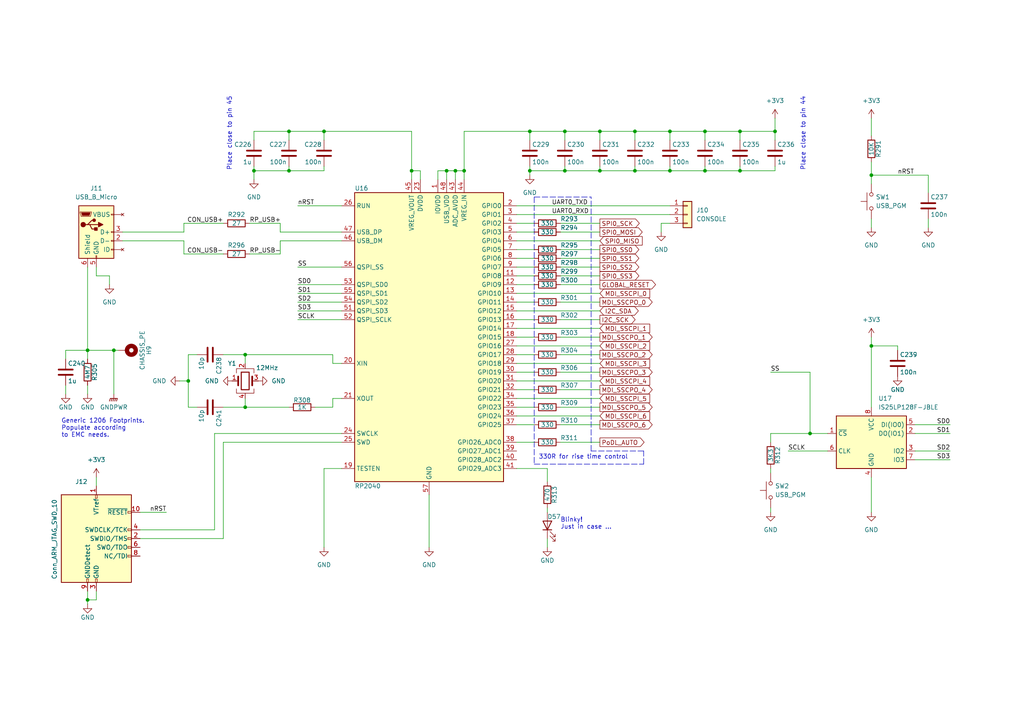
<source format=kicad_sch>
(kicad_sch (version 20211123) (generator eeschema)
  (paper "A4")
  (title_block (title "Open Hardware 10Base-T1L Switch") (date "2023-04-07") (rev "REV A") (company "Peter Heinrich") (comment 1 "Open Hardware License CERN-OHL-P v2") (comment 2 "https://github.com/peterheinrich/Open_10Base-T1L_Switch"))
  (lib_symbols
    (symbol "Connector:Conn_ARM_JTAG_SWD_10" (pin_names (offset 1.016))
      (property "Reference" "J" (at -2.54 16.51 0))
      (property "Value" "Conn_ARM_JTAG_SWD_10" (at -2.54 13.97 0))
      (symbol "Conn_ARM_JTAG_SWD_10_0_1"
        (rectangle (start -10.16 12.7) (end 10.16 -12.7) (stroke (width 0.254)) (fill (type background)))
        (rectangle (start -2.794 -12.7) (end -2.286 -11.684))
        (rectangle (start -0.254 -12.7) (end 0.254 -11.684))
        (rectangle (start -0.254 12.7) (end 0.254 11.684))
        (rectangle (start 9.144 2.286) (end 10.16 2.794))
        (rectangle (start 10.16 -2.794) (end 9.144 -2.286))
        (rectangle (start 10.16 -0.254) (end 9.144 0.254))
        (rectangle (start 10.16 7.874) (end 9.144 7.366))
      )
      (symbol "Conn_ARM_JTAG_SWD_10_1_1"
        (rectangle (start 9.144 -5.334) (end 10.16 -4.826))
        (pin power_in line (at 0 15.24 270) (length 2.54) (name "VTref") (number "1"))
        (pin open_collector line (at 12.7 7.62 180) (length 2.54) (name "~{RESET}") (number "10"))
        (pin bidirectional line (at 12.7 0 180) (length 2.54) (name "SWDIO/TMS") (number "2"))
        (pin power_in line (at 0 -15.24 90) (length 2.54) (name "GND") (number "3"))
        (pin output line (at 12.7 2.54 180) (length 2.54) (name "SWDCLK/TCK") (number "4"))
        (pin passive line (at 0 -15.24 90) (length 2.54) hide (name "GND") (number "5"))
        (pin input line (at 12.7 -2.54 180) (length 2.54) (name "SWO/TDO") (number "6"))
        (pin no_connect line (at -10.16 0 0) (length 2.54) hide (name "KEY") (number "7"))
        (pin output line (at 12.7 -5.08 180) (length 2.54) (name "NC/TDI") (number "8"))
        (pin passive line (at -2.54 -15.24 90) (length 2.54) (name "GNDDetect") (number "9"))
      )
    )
    (symbol "Connector:USB_B_Micro" (pin_names (offset 1.016))
      (property "Reference" "J7" (at 0 12.7 0))
      (property "Value" "USB_B_Micro" (at 0 10.16 0))
      (symbol "USB_B_Micro_0_1"
        (rectangle (start -5.08 -7.62) (end 5.08 7.62) (stroke (width 0.254)) (fill (type background)))
        (circle (center -3.81 2.159) (radius 0.635) (stroke (width 0.254)) (fill (type outline)))
        (circle (center -0.635 3.429) (radius 0.381) (stroke (width 0.254)) (fill (type outline)))
        (rectangle (start -0.127 -7.62) (end 0.127 -6.858))
        (polyline (pts (xy -1.905 2.159) (xy 0.635 2.159)) (stroke (width 0.254)))
        (polyline (pts (xy -3.175 2.159) (xy -2.54 2.159) (xy -1.27 3.429) (xy -0.635 3.429)) (stroke (width 0.254)))
        (polyline (pts (xy -2.54 2.159) (xy -1.905 2.159) (xy -1.27 0.889) (xy 0 0.889)) (stroke (width 0.254)))
        (polyline (pts (xy 0.635 2.794) (xy 0.635 1.524) (xy 1.905 2.159) (xy 0.635 2.794)) (stroke (width 0.254)) (fill (type outline)))
        (polyline (pts (xy -4.318 5.588) (xy -1.778 5.588) (xy -2.032 4.826) (xy -4.064 4.826) (xy -4.318 5.588)) (fill (type outline)))
        (polyline (pts (xy -4.699 5.842) (xy -4.699 5.588) (xy -4.445 4.826) (xy -4.445 4.572) (xy -1.651 4.572) (xy -1.651 4.826) (xy -1.397 5.588) (xy -1.397 5.842) (xy -4.699 5.842)))
        (rectangle (start 0.254 1.27) (end -0.508 0.508) (stroke (width 0.254)) (fill (type outline)))
        (rectangle (start 5.08 -5.207) (end 4.318 -4.953))
        (rectangle (start 5.08 -2.667) (end 4.318 -2.413))
        (rectangle (start 5.08 -0.127) (end 4.318 0.127))
        (rectangle (start 5.08 4.953) (end 4.318 5.207))
      )
      (symbol "USB_B_Micro_1_1"
        (pin no_connect line (at 7.62 -5.08 180) (length 2.54) (name "ID") (number ""))
        (pin no_connect line (at 7.62 5.08 180) (length 2.54) (name "VBUS") (number ""))
        (pin bidirectional line (at 7.62 -2.54 180) (length 2.54) (name "D-") (number "2"))
        (pin bidirectional line (at 7.62 0 180) (length 2.54) (name "D+") (number "3"))
        (pin power_out line (at 0 -10.16 90) (length 2.54) (name "GND") (number "5"))
        (pin passive line (at -2.54 -10.16 90) (length 2.54) (name "Shield") (number "6"))
      )
    )
    (symbol "Connector_Generic:Conn_01x03" (pin_names (offset 1.016) hide)
      (property "Reference" "J" (at 0 5.08 0))
      (property "Value" "Conn_01x03" (at 0 -5.08 0))
      (symbol "Conn_01x03_1_1"
        (rectangle (start -1.27 -2.413) (end 0 -2.667) (stroke (width 0.1524)))
        (rectangle (start -1.27 0.127) (end 0 -0.127) (stroke (width 0.1524)))
        (rectangle (start -1.27 2.667) (end 0 2.413) (stroke (width 0.1524)))
        (rectangle (start -1.27 3.81) (end 1.27 -3.81) (stroke (width 0.254)) (fill (type background)))
        (pin passive line (at -5.08 2.54 0) (length 3.81) (name "Pin_1") (number "1"))
        (pin passive line (at -5.08 0 0) (length 3.81) (name "Pin_2") (number "2"))
        (pin passive line (at -5.08 -2.54 0) (length 3.81) (name "Pin_3") (number "3"))
      )
    )
    (symbol "Device:C" (pin_numbers hide) (pin_names (offset 0.254))
      (property "Reference" "C" (at 0.635 2.54 0))
      (property "Value" "C" (at 0.635 -2.54 0))
      (symbol "C_0_1"
        (polyline (pts (xy -2.032 -0.762) (xy 2.032 -0.762)) (stroke (width 0.508)))
        (polyline (pts (xy -2.032 0.762) (xy 2.032 0.762)) (stroke (width 0.508)))
      )
      (symbol "C_1_1"
        (pin passive line (at 0 3.81 270) (length 2.794) (name "~") (number "1"))
        (pin passive line (at 0 -3.81 90) (length 2.794) (name "~") (number "2"))
      )
    )
    (symbol "Device:Crystal_GND24" (pin_names (offset 1.016) hide)
      (property "Reference" "Y" (at 3.175 5.08 0))
      (property "Value" "Crystal_GND24" (at 3.175 3.175 0))
      (symbol "Crystal_GND24_0_1"
        (rectangle (start -1.143 2.54) (end 1.143 -2.54) (stroke (width 0.3048)))
        (polyline (pts (xy -2.54 0) (xy -2.032 0)))
        (polyline (pts (xy -2.032 -1.27) (xy -2.032 1.27)) (stroke (width 0.508)))
        (polyline (pts (xy 0 -3.81) (xy 0 -3.556)))
        (polyline (pts (xy 0 3.556) (xy 0 3.81)))
        (polyline (pts (xy 2.032 -1.27) (xy 2.032 1.27)) (stroke (width 0.508)))
        (polyline (pts (xy 2.032 0) (xy 2.54 0)))
        (polyline (pts (xy -2.54 -2.286) (xy -2.54 -3.556) (xy 2.54 -3.556) (xy 2.54 -2.286)))
        (polyline (pts (xy -2.54 2.286) (xy -2.54 3.556) (xy 2.54 3.556) (xy 2.54 2.286)))
      )
      (symbol "Crystal_GND24_1_1"
        (pin passive line (at -3.81 0 0) (length 1.27) (name "1") (number "1"))
        (pin passive line (at 0 5.08 270) (length 1.27) (name "2") (number "2"))
        (pin passive line (at 3.81 0 180) (length 1.27) (name "3") (number "3"))
        (pin passive line (at 0 -5.08 90) (length 1.27) (name "4") (number "4"))
      )
    )
    (symbol "Device:LED" (pin_numbers hide) (pin_names (offset 1.016) hide)
      (property "Reference" "D" (at 0 2.54 0))
      (property "Value" "LED" (at 0 -2.54 0))
      (symbol "LED_0_1"
        (polyline (pts (xy -1.27 -1.27) (xy -1.27 1.27)) (stroke (width 0.254)))
        (polyline (pts (xy -1.27 0) (xy 1.27 0)))
        (polyline (pts (xy 1.27 -1.27) (xy 1.27 1.27) (xy -1.27 0) (xy 1.27 -1.27)) (stroke (width 0.254)))
        (polyline (pts (xy -3.048 -0.762) (xy -4.572 -2.286) (xy -3.81 -2.286) (xy -4.572 -2.286) (xy -4.572 -1.524)))
        (polyline (pts (xy -1.778 -0.762) (xy -3.302 -2.286) (xy -2.54 -2.286) (xy -3.302 -2.286) (xy -3.302 -1.524)))
      )
      (symbol "LED_1_1"
        (pin passive line (at -3.81 0 0) (length 2.54) (name "K") (number "1"))
        (pin passive line (at 3.81 0 180) (length 2.54) (name "A") (number "2"))
      )
    )
    (symbol "Device:R" (pin_numbers hide) (pin_names (offset 0))
      (property "Reference" "R" (at 2.032 0 90))
      (property "Value" "R" (at 0 0 90))
      (symbol "R_0_1"
        (rectangle (start -1.016 -2.54) (end 1.016 2.54) (stroke (width 0.254)))
      )
      (symbol "R_1_1"
        (pin passive line (at 0 3.81 270) (length 1.27) (name "~") (number "1"))
        (pin passive line (at 0 -3.81 90) (length 1.27) (name "~") (number "2"))
      )
    )
    (symbol "MCU_RaspberryPi:RP2040"
      (property "Reference" "U" (at 17.78 45.72 0))
      (property "Value" "RP2040" (at 17.78 43.18 0))
      (symbol "RP2040_0_1"
        (rectangle (start -21.59 41.91) (end 21.59 -41.91) (stroke (width 0.254)) (fill (type background)))
      )
      (symbol "RP2040_1_1"
        (pin power_in line (at 2.54 45.72 270) (length 3.81) (name "IOVDD") (number "1"))
        (pin passive line (at 2.54 45.72 270) (length 3.81) hide (name "IOVDD") (number "10"))
        (pin bidirectional line (at 25.4 17.78 180) (length 3.81) (name "GPIO8") (number "11"))
        (pin bidirectional line (at 25.4 15.24 180) (length 3.81) (name "GPIO9") (number "12"))
        (pin bidirectional line (at 25.4 12.7 180) (length 3.81) (name "GPIO10") (number "13"))
        (pin bidirectional line (at 25.4 10.16 180) (length 3.81) (name "GPIO11") (number "14"))
        (pin bidirectional line (at 25.4 7.62 180) (length 3.81) (name "GPIO12") (number "15"))
        (pin bidirectional line (at 25.4 5.08 180) (length 3.81) (name "GPIO13") (number "16"))
        (pin bidirectional line (at 25.4 2.54 180) (length 3.81) (name "GPIO14") (number "17"))
        (pin bidirectional line (at 25.4 0 180) (length 3.81) (name "GPIO15") (number "18"))
        (pin input line (at -25.4 -38.1 0) (length 3.81) (name "TESTEN") (number "19"))
        (pin bidirectional line (at 25.4 38.1 180) (length 3.81) (name "GPIO0") (number "2"))
        (pin input line (at -25.4 -7.62 0) (length 3.81) (name "XIN") (number "20"))
        (pin passive line (at -25.4 -17.78 0) (length 3.81) (name "XOUT") (number "21"))
        (pin passive line (at 2.54 45.72 270) (length 3.81) hide (name "IOVDD") (number "22"))
        (pin power_in line (at -2.54 45.72 270) (length 3.81) (name "DVDD") (number "23"))
        (pin output line (at -25.4 -27.94 0) (length 3.81) (name "SWCLK") (number "24"))
        (pin bidirectional line (at -25.4 -30.48 0) (length 3.81) (name "SWD") (number "25"))
        (pin input line (at -25.4 38.1 0) (length 3.81) (name "RUN") (number "26"))
        (pin bidirectional line (at 25.4 -2.54 180) (length 3.81) (name "GPIO16") (number "27"))
        (pin bidirectional line (at 25.4 -5.08 180) (length 3.81) (name "GPIO17") (number "28"))
        (pin bidirectional line (at 25.4 -7.62 180) (length 3.81) (name "GPIO18") (number "29"))
        (pin bidirectional line (at 25.4 35.56 180) (length 3.81) (name "GPIO1") (number "3"))
        (pin bidirectional line (at 25.4 -10.16 180) (length 3.81) (name "GPIO19") (number "30"))
        (pin bidirectional line (at 25.4 -12.7 180) (length 3.81) (name "GPIO20") (number "31"))
        (pin bidirectional line (at 25.4 -15.24 180) (length 3.81) (name "GPIO21") (number "32"))
        (pin passive line (at 2.54 45.72 270) (length 3.81) hide (name "IOVDD") (number "33"))
        (pin bidirectional line (at 25.4 -17.78 180) (length 3.81) (name "GPIO22") (number "34"))
        (pin bidirectional line (at 25.4 -20.32 180) (length 3.81) (name "GPIO23") (number "35"))
        (pin bidirectional line (at 25.4 -22.86 180) (length 3.81) (name "GPIO24") (number "36"))
        (pin bidirectional line (at 25.4 -25.4 180) (length 3.81) (name "GPIO25") (number "37"))
        (pin bidirectional line (at 25.4 -30.48 180) (length 3.81) (name "GPIO26_ADC0") (number "38"))
        (pin bidirectional line (at 25.4 -33.02 180) (length 3.81) (name "GPIO27_ADC1") (number "39"))
        (pin bidirectional line (at 25.4 33.02 180) (length 3.81) (name "GPIO2") (number "4"))
        (pin bidirectional line (at 25.4 -35.56 180) (length 3.81) (name "GPIO28_ADC2") (number "40"))
        (pin bidirectional line (at 25.4 -38.1 180) (length 3.81) (name "GPIO29_ADC3") (number "41"))
        (pin passive line (at 2.54 45.72 270) (length 3.81) hide (name "IOVDD") (number "42"))
        (pin power_in line (at 7.62 45.72 270) (length 3.81) (name "ADC_AVDD") (number "43"))
        (pin power_in line (at 10.16 45.72 270) (length 3.81) (name "VREG_IN") (number "44"))
        (pin power_out line (at -5.08 45.72 270) (length 3.81) (name "VREG_VOUT") (number "45"))
        (pin bidirectional line (at -25.4 27.94 0) (length 3.81) (name "USB_DM") (number "46"))
        (pin bidirectional line (at -25.4 30.48 0) (length 3.81) (name "USB_DP") (number "47"))
        (pin power_in line (at 5.08 45.72 270) (length 3.81) (name "USB_VDD") (number "48"))
        (pin passive line (at 2.54 45.72 270) (length 3.81) hide (name "IOVDD") (number "49"))
        (pin bidirectional line (at 25.4 30.48 180) (length 3.81) (name "GPIO3") (number "5"))
        (pin passive line (at -2.54 45.72 270) (length 3.81) hide (name "DVDD") (number "50"))
        (pin bidirectional line (at -25.4 7.62 0) (length 3.81) (name "QSPI_SD3") (number "51"))
        (pin output line (at -25.4 5.08 0) (length 3.81) (name "QSPI_SCLK") (number "52"))
        (pin bidirectional line (at -25.4 15.24 0) (length 3.81) (name "QSPI_SD0") (number "53"))
        (pin bidirectional line (at -25.4 10.16 0) (length 3.81) (name "QSPI_SD2") (number "54"))
        (pin bidirectional line (at -25.4 12.7 0) (length 3.81) (name "QSPI_SD1") (number "55"))
        (pin bidirectional line (at -25.4 20.32 0) (length 3.81) (name "QSPI_SS") (number "56"))
        (pin power_in line (at 0 -45.72 90) (length 3.81) (name "GND") (number "57"))
        (pin bidirectional line (at 25.4 27.94 180) (length 3.81) (name "GPIO4") (number "6"))
        (pin bidirectional line (at 25.4 25.4 180) (length 3.81) (name "GPIO5") (number "7"))
        (pin bidirectional line (at 25.4 22.86 180) (length 3.81) (name "GPIO6") (number "8"))
        (pin bidirectional line (at 25.4 20.32 180) (length 3.81) (name "GPIO7") (number "9"))
      )
    )
    (symbol "Mechanical:MountingHole_Pad" (pin_numbers hide) (pin_names (offset 1.016) hide)
      (property "Reference" "H" (at 0 6.35 0))
      (property "Value" "MountingHole_Pad" (at 0 4.445 0))
      (symbol "MountingHole_Pad_0_1"
        (circle (center 0 1.27) (radius 1.27) (stroke (width 1.27)))
      )
      (symbol "MountingHole_Pad_1_1"
        (pin input line (at 0 -2.54 90) (length 2.54) (name "1") (number "1"))
      )
    )
    (symbol "Memory_Flash:W25Q128JVS"
      (property "Reference" "U" (at -8.89 8.89 0))
      (property "Value" "W25Q128JVS" (at 7.62 8.89 0))
      (symbol "W25Q128JVS_0_1"
        (rectangle (start -10.16 7.62) (end 10.16 -7.62) (stroke (width 0.254)) (fill (type background)))
      )
      (symbol "W25Q128JVS_1_1"
        (pin input line (at -12.7 2.54 0) (length 2.54) (name "~{CS}") (number "1"))
        (pin bidirectional line (at 12.7 2.54 180) (length 2.54) (name "DO(IO1)") (number "2"))
        (pin bidirectional line (at 12.7 -2.54 180) (length 2.54) (name "IO2") (number "3"))
        (pin power_in line (at 0 -10.16 90) (length 2.54) (name "GND") (number "4"))
        (pin bidirectional line (at 12.7 5.08 180) (length 2.54) (name "DI(IO0)") (number "5"))
        (pin input line (at -12.7 -2.54 0) (length 2.54) (name "CLK") (number "6"))
        (pin bidirectional line (at 12.7 -5.08 180) (length 2.54) (name "IO3") (number "7"))
        (pin power_in line (at 0 10.16 270) (length 2.54) (name "VCC") (number "8"))
      )
    )
    (symbol "Switch:SW_Push" (pin_numbers hide) (pin_names (offset 1.016) hide)
      (property "Reference" "SW" (at 1.27 2.54 0))
      (property "Value" "SW_Push" (at 0 -1.524 0))
      (symbol "SW_Push_0_1"
        (circle (center -2.032 0) (radius 0.508))
        (polyline (pts (xy 0 1.27) (xy 0 3.048)))
        (polyline (pts (xy 2.54 1.27) (xy -2.54 1.27)))
        (circle (center 2.032 0) (radius 0.508))
        (pin passive line (at -5.08 0 0) (length 2.54) (name "1") (number "1"))
        (pin passive line (at 5.08 0 180) (length 2.54) (name "2") (number "2"))
      )
    )
    (symbol "power:+3V3" (power) (pin_names (offset 0))
      (property "Value" "+3V3" (at 0 3.556 0))
      (symbol "+3V3_0_1"
        (polyline (pts (xy -0.762 1.27) (xy 0 2.54)))
        (polyline (pts (xy 0 0) (xy 0 2.54)))
        (polyline (pts (xy 0 2.54) (xy 0.762 1.27)))
      )
      (symbol "+3V3_1_1"
        (pin power_in line (at 0 0 90) (length 0) hide (name "+3V3") (number "1"))
      )
    )
    (symbol "power:GND" (power) (pin_names (offset 0))
      (property "Value" "GND" (at 0 -3.81 0))
      (symbol "GND_0_1"
        (polyline (pts (xy 0 0) (xy 0 -1.27) (xy 1.27 -1.27) (xy 0 -2.54) (xy -1.27 -1.27) (xy 0 -1.27)))
      )
      (symbol "GND_1_1"
        (pin power_in line (at 0 0 270) (length 0) hide (name "GND") (number "1"))
      )
    )
    (symbol "power:GNDPWR" (power) (pin_names (offset 0))
      (property "Value" "GNDPWR" (at 0 -3.302 0))
      (symbol "GNDPWR_0_1"
        (polyline (pts (xy 0 -1.27) (xy 0 0)))
        (polyline (pts (xy -1.016 -1.27) (xy -1.27 -2.032) (xy -1.27 -2.032)) (stroke (width 0.2032)))
        (polyline (pts (xy -0.508 -1.27) (xy -0.762 -2.032) (xy -0.762 -2.032)) (stroke (width 0.2032)))
        (polyline (pts (xy 0 -1.27) (xy -0.254 -2.032) (xy -0.254 -2.032)) (stroke (width 0.2032)))
        (polyline (pts (xy 0.508 -1.27) (xy 0.254 -2.032) (xy 0.254 -2.032)) (stroke (width 0.2032)))
        (polyline (pts (xy 1.016 -1.27) (xy -1.016 -1.27) (xy -1.016 -1.27)) (stroke (width 0.2032)))
        (polyline (pts (xy 1.016 -1.27) (xy 0.762 -2.032) (xy 0.762 -2.032) (xy 0.762 -2.032)) (stroke (width 0.2032)))
      )
      (symbol "GNDPWR_1_1"
        (pin power_in line (at 0 0 270) (length 0) hide (name "GNDPWR") (number "1"))
      )
    )
  )
  (junction (at 93.98 38.1))
  (junction (at 173.99 38.1))
  (junction (at 234.95 125.73))
  (junction (at 71.12 118.11))
  (junction (at 214.63 49.53))
  (junction (at 54.61 110.49))
  (junction (at 194.31 49.53))
  (junction (at 153.67 38.1))
  (junction (at 163.83 38.1))
  (junction (at 252.73 100.33))
  (junction (at 204.47 49.53))
  (junction (at 129.54 49.53))
  (junction (at 33.02 101.6))
  (junction (at 25.4 101.6))
  (junction (at 132.08 49.53))
  (junction (at 163.83 49.53))
  (junction (at 71.12 102.87))
  (junction (at 134.62 49.53))
  (junction (at 173.99 49.53))
  (junction (at 252.73 50.8))
  (junction (at 184.15 38.1))
  (junction (at 204.47 38.1))
  (junction (at 119.38 49.53))
  (junction (at 73.66 49.53))
  (junction (at 153.67 49.53))
  (junction (at 83.82 49.53))
  (junction (at 214.63 38.1))
  (junction (at 194.31 38.1))
  (junction (at 224.79 38.1))
  (junction (at 25.4 173.99))
  (junction (at 83.82 38.1))
  (junction (at 184.15 49.53))
  (wire (pts (xy 162.56 67.31) (xy 173.99 67.31)))
  (wire (pts (xy 214.63 49.53) (xy 214.63 48.26)))
  (wire (pts (xy 27.94 77.47) (xy 27.94 80.01)))
  (wire (pts (xy 71.12 118.11) (xy 71.12 115.57)))
  (wire (pts (xy 19.05 111.76) (xy 19.05 114.3)))
  (wire (pts (xy 149.86 90.17) (xy 173.99 90.17)))
  (wire (pts (xy 154.94 97.79) (xy 149.86 97.79)))
  (wire (pts (xy 25.4 77.47) (xy 25.4 101.6)))
  (wire (pts (xy 154.94 80.01) (xy 149.86 80.01)))
  (wire (pts (xy 204.47 38.1) (xy 214.63 38.1)))
  (wire (pts (xy 252.73 138.43) (xy 252.73 148.59)))
  (wire (pts (xy 72.39 64.77) (xy 81.28 64.77)))
  (wire (pts (xy 86.36 87.63) (xy 99.06 87.63)))
  (wire (pts (xy 162.56 113.03) (xy 173.99 113.03)))
  (wire (pts (xy 34.29 101.6) (xy 33.02 101.6)))
  (polyline (pts (xy 186.69 130.81) (xy 171.45 130.81)))
  (wire (pts (xy 62.23 153.67) (xy 62.23 125.73)))
  (wire (pts (xy 204.47 49.53) (xy 214.63 49.53)))
  (wire (pts (xy 99.06 105.41) (xy 96.52 105.41)))
  (wire (pts (xy 149.86 59.69) (xy 194.31 59.69)))
  (wire (pts (xy 62.23 125.73) (xy 99.06 125.73)))
  (wire (pts (xy 265.43 125.73) (xy 275.59 125.73)))
  (wire (pts (xy 214.63 38.1) (xy 224.79 38.1)))
  (wire (pts (xy 81.28 67.31) (xy 99.06 67.31)))
  (wire (pts (xy 33.02 101.6) (xy 25.4 101.6)))
  (wire (pts (xy 173.99 49.53) (xy 173.99 48.26)))
  (wire (pts (xy 25.4 101.6) (xy 25.4 104.14)))
  (wire (pts (xy 223.52 125.73) (xy 223.52 128.27)))
  (wire (pts (xy 86.36 90.17) (xy 99.06 90.17)))
  (wire (pts (xy 154.94 77.47) (xy 149.86 77.47)))
  (wire (pts (xy 252.73 100.33) (xy 260.35 100.33)))
  (wire (pts (xy 27.94 138.43) (xy 27.94 140.97)))
  (wire (pts (xy 162.56 118.11) (xy 173.99 118.11)))
  (wire (pts (xy 99.06 135.89) (xy 93.98 135.89)))
  (wire (pts (xy 73.66 40.64) (xy 73.66 38.1)))
  (wire (pts (xy 64.77 102.87) (xy 71.12 102.87)))
  (wire (pts (xy 99.06 128.27) (xy 64.77 128.27)))
  (wire (pts (xy 149.86 100.33) (xy 173.99 100.33)))
  (wire (pts (xy 83.82 38.1) (xy 93.98 38.1)))
  (wire (pts (xy 31.75 80.01) (xy 27.94 80.01)))
  (wire (pts (xy 73.66 48.26) (xy 73.66 49.53)))
  (wire (pts (xy 93.98 49.53) (xy 93.98 48.26)))
  (wire (pts (xy 33.02 101.6) (xy 33.02 114.3)))
  (wire (pts (xy 154.94 102.87) (xy 149.86 102.87)))
  (polyline (pts (xy 162.56 134.62) (xy 162.56 134.62)))
  (wire (pts (xy 73.66 38.1) (xy 83.82 38.1)))
  (wire (pts (xy 149.86 62.23) (xy 194.31 62.23)))
  (wire (pts (xy 265.43 133.35) (xy 275.59 133.35)))
  (wire (pts (xy 163.83 49.53) (xy 163.83 48.26)))
  (wire (pts (xy 223.52 125.73) (xy 234.95 125.73)))
  (wire (pts (xy 73.66 49.53) (xy 83.82 49.53)))
  (polyline (pts (xy 154.94 57.15) (xy 154.94 134.62)))
  (wire (pts (xy 154.94 64.77) (xy 149.86 64.77)))
  (wire (pts (xy 260.35 100.33) (xy 260.35 101.6)))
  (wire (pts (xy 173.99 38.1) (xy 173.99 40.64)))
  (wire (pts (xy 224.79 38.1) (xy 224.79 40.64)))
  (wire (pts (xy 149.86 120.65) (xy 173.99 120.65)))
  (polyline (pts (xy 186.69 134.62) (xy 186.69 130.81)))
  (wire (pts (xy 64.77 156.21) (xy 40.64 156.21)))
  (wire (pts (xy 162.56 102.87) (xy 173.99 102.87)))
  (wire (pts (xy 40.64 148.59) (xy 48.26 148.59)))
  (wire (pts (xy 96.52 115.57) (xy 99.06 115.57)))
  (wire (pts (xy 83.82 38.1) (xy 83.82 40.64)))
  (wire (pts (xy 252.73 46.99) (xy 252.73 50.8)))
  (wire (pts (xy 129.54 49.53) (xy 132.08 49.53)))
  (wire (pts (xy 162.56 92.71) (xy 173.99 92.71)))
  (wire (pts (xy 252.73 118.11) (xy 252.73 100.33)))
  (wire (pts (xy 73.66 49.53) (xy 73.66 52.07)))
  (wire (pts (xy 25.4 101.6) (xy 19.05 101.6)))
  (wire (pts (xy 129.54 49.53) (xy 129.54 52.07)))
  (wire (pts (xy 191.77 67.31) (xy 191.77 64.77)))
  (wire (pts (xy 81.28 64.77) (xy 81.28 67.31)))
  (wire (pts (xy 96.52 102.87) (xy 71.12 102.87)))
  (wire (pts (xy 158.75 135.89) (xy 158.75 139.7)))
  (wire (pts (xy 57.15 102.87) (xy 54.61 102.87)))
  (wire (pts (xy 234.95 125.73) (xy 240.03 125.73)))
  (wire (pts (xy 163.83 38.1) (xy 173.99 38.1)))
  (wire (pts (xy 269.24 50.8) (xy 269.24 55.88)))
  (wire (pts (xy 64.77 118.11) (xy 71.12 118.11)))
  (wire (pts (xy 25.4 173.99) (xy 25.4 175.26)))
  (wire (pts (xy 134.62 49.53) (xy 134.62 52.07)))
  (wire (pts (xy 162.56 74.93) (xy 173.99 74.93)))
  (wire (pts (xy 154.94 87.63) (xy 149.86 87.63)))
  (wire (pts (xy 134.62 38.1) (xy 153.67 38.1)))
  (wire (pts (xy 71.12 102.87) (xy 71.12 105.41)))
  (wire (pts (xy 149.86 105.41) (xy 173.99 105.41)))
  (wire (pts (xy 194.31 49.53) (xy 204.47 49.53)))
  (wire (pts (xy 204.47 49.53) (xy 204.47 48.26)))
  (wire (pts (xy 53.34 69.85) (xy 53.34 73.66)))
  (wire (pts (xy 93.98 38.1) (xy 93.98 40.64)))
  (wire (pts (xy 154.94 67.31) (xy 149.86 67.31)))
  (wire (pts (xy 91.44 118.11) (xy 96.52 118.11)))
  (wire (pts (xy 96.52 105.41) (xy 96.52 102.87)))
  (wire (pts (xy 81.28 73.66) (xy 72.39 73.66)))
  (wire (pts (xy 158.75 148.59) (xy 158.75 147.32)))
  (wire (pts (xy 134.62 49.53) (xy 134.62 38.1)))
  (wire (pts (xy 149.86 115.57) (xy 173.99 115.57)))
  (wire (pts (xy 132.08 49.53) (xy 134.62 49.53)))
  (wire (pts (xy 153.67 49.53) (xy 163.83 49.53)))
  (wire (pts (xy 163.83 38.1) (xy 163.83 40.64)))
  (wire (pts (xy 83.82 49.53) (xy 93.98 49.53)))
  (wire (pts (xy 93.98 135.89) (xy 93.98 158.75)))
  (wire (pts (xy 269.24 63.5) (xy 269.24 66.04)))
  (wire (pts (xy 223.52 148.59) (xy 223.52 147.32)))
  (wire (pts (xy 162.56 128.27) (xy 173.99 128.27)))
  (wire (pts (xy 83.82 118.11) (xy 71.12 118.11)))
  (wire (pts (xy 162.56 123.19) (xy 173.99 123.19)))
  (wire (pts (xy 132.08 49.53) (xy 132.08 52.07)))
  (wire (pts (xy 153.67 49.53) (xy 153.67 50.8)))
  (wire (pts (xy 25.4 173.99) (xy 27.94 173.99)))
  (wire (pts (xy 64.77 128.27) (xy 64.77 156.21)))
  (wire (pts (xy 252.73 34.29) (xy 252.73 39.37)))
  (wire (pts (xy 163.83 49.53) (xy 173.99 49.53)))
  (wire (pts (xy 127 52.07) (xy 127 49.53)))
  (wire (pts (xy 252.73 97.79) (xy 252.73 100.33)))
  (wire (pts (xy 184.15 49.53) (xy 194.31 49.53)))
  (wire (pts (xy 96.52 118.11) (xy 96.52 115.57)))
  (wire (pts (xy 214.63 49.53) (xy 224.79 49.53)))
  (wire (pts (xy 154.94 123.19) (xy 149.86 123.19)))
  (wire (pts (xy 86.36 92.71) (xy 99.06 92.71)))
  (wire (pts (xy 184.15 38.1) (xy 194.31 38.1)))
  (wire (pts (xy 119.38 38.1) (xy 119.38 49.53)))
  (wire (pts (xy 149.86 95.25) (xy 173.99 95.25)))
  (wire (pts (xy 154.94 107.95) (xy 149.86 107.95)))
  (wire (pts (xy 124.46 143.51) (xy 124.46 158.75)))
  (wire (pts (xy 27.94 173.99) (xy 27.94 171.45)))
  (wire (pts (xy 173.99 49.53) (xy 184.15 49.53)))
  (wire (pts (xy 162.56 72.39) (xy 173.99 72.39)))
  (wire (pts (xy 224.79 34.29) (xy 224.79 38.1)))
  (wire (pts (xy 154.94 74.93) (xy 149.86 74.93)))
  (wire (pts (xy 64.77 64.77) (xy 53.34 64.77)))
  (wire (pts (xy 265.43 130.81) (xy 275.59 130.81)))
  (wire (pts (xy 153.67 38.1) (xy 163.83 38.1)))
  (wire (pts (xy 54.61 102.87) (xy 54.61 110.49)))
  (wire (pts (xy 83.82 49.53) (xy 83.82 48.26)))
  (wire (pts (xy 154.94 118.11) (xy 149.86 118.11)))
  (wire (pts (xy 162.56 97.79) (xy 173.99 97.79)))
  (polyline (pts (xy 154.94 57.15) (xy 171.45 57.15)))
  (wire (pts (xy 40.64 153.67) (xy 62.23 153.67)))
  (wire (pts (xy 25.4 171.45) (xy 25.4 173.99)))
  (wire (pts (xy 86.36 59.69) (xy 99.06 59.69)))
  (wire (pts (xy 153.67 38.1) (xy 153.67 40.64)))
  (wire (pts (xy 252.73 50.8) (xy 269.24 50.8)))
  (wire (pts (xy 194.31 38.1) (xy 194.31 40.64)))
  (wire (pts (xy 184.15 38.1) (xy 184.15 40.64)))
  (wire (pts (xy 154.94 92.71) (xy 149.86 92.71)))
  (wire (pts (xy 31.75 82.55) (xy 31.75 80.01)))
  (wire (pts (xy 53.34 73.66) (xy 64.77 73.66)))
  (wire (pts (xy 86.36 85.09) (xy 99.06 85.09)))
  (wire (pts (xy 93.98 38.1) (xy 119.38 38.1)))
  (polyline (pts (xy 162.56 134.62) (xy 186.69 134.62)))
  (wire (pts (xy 35.56 69.85) (xy 53.34 69.85)))
  (wire (pts (xy 86.36 77.47) (xy 99.06 77.47)))
  (wire (pts (xy 54.61 118.11) (xy 57.15 118.11)))
  (wire (pts (xy 173.99 38.1) (xy 184.15 38.1)))
  (wire (pts (xy 224.79 49.53) (xy 224.79 48.26)))
  (wire (pts (xy 162.56 77.47) (xy 173.99 77.47)))
  (wire (pts (xy 184.15 49.53) (xy 184.15 48.26)))
  (wire (pts (xy 162.56 82.55) (xy 173.99 82.55)))
  (wire (pts (xy 53.34 64.77) (xy 53.34 67.31)))
  (wire (pts (xy 191.77 64.77) (xy 194.31 64.77)))
  (wire (pts (xy 81.28 69.85) (xy 81.28 73.66)))
  (wire (pts (xy 121.92 52.07) (xy 121.92 49.53)))
  (wire (pts (xy 223.52 107.95) (xy 234.95 107.95)))
  (wire (pts (xy 223.52 135.89) (xy 223.52 137.16)))
  (wire (pts (xy 214.63 38.1) (xy 214.63 40.64)))
  (wire (pts (xy 121.92 49.53) (xy 119.38 49.53)))
  (wire (pts (xy 127 49.53) (xy 129.54 49.53)))
  (wire (pts (xy 119.38 49.53) (xy 119.38 52.07)))
  (wire (pts (xy 265.43 123.19) (xy 275.59 123.19)))
  (wire (pts (xy 149.86 85.09) (xy 173.99 85.09)))
  (wire (pts (xy 149.86 135.89) (xy 158.75 135.89)))
  (wire (pts (xy 162.56 107.95) (xy 173.99 107.95)))
  (wire (pts (xy 149.86 69.85) (xy 173.99 69.85)))
  (wire (pts (xy 194.31 49.53) (xy 194.31 48.26)))
  (wire (pts (xy 154.94 82.55) (xy 149.86 82.55)))
  (wire (pts (xy 53.34 67.31) (xy 35.56 67.31)))
  (wire (pts (xy 154.94 72.39) (xy 149.86 72.39)))
  (wire (pts (xy 149.86 110.49) (xy 173.99 110.49)))
  (wire (pts (xy 158.75 156.21) (xy 158.75 158.75)))
  (wire (pts (xy 154.94 113.03) (xy 149.86 113.03)))
  (wire (pts (xy 194.31 38.1) (xy 204.47 38.1)))
  (wire (pts (xy 19.05 101.6) (xy 19.05 104.14)))
  (wire (pts (xy 162.56 80.01) (xy 173.99 80.01)))
  (wire (pts (xy 162.56 64.77) (xy 173.99 64.77)))
  (wire (pts (xy 252.73 63.5) (xy 252.73 66.04)))
  (polyline (pts (xy 171.45 130.81) (xy 171.45 57.15)))
  (wire (pts (xy 154.94 128.27) (xy 149.86 128.27)))
  (wire (pts (xy 204.47 38.1) (xy 204.47 40.64)))
  (wire (pts (xy 162.56 87.63) (xy 173.99 87.63)))
  (wire (pts (xy 234.95 107.95) (xy 234.95 125.73)))
  (wire (pts (xy 25.4 111.76) (xy 25.4 114.3)))
  (wire (pts (xy 54.61 110.49) (xy 54.61 118.11)))
  (wire (pts (xy 228.6 130.81) (xy 240.03 130.81)))
  (wire (pts (xy 52.07 110.49) (xy 54.61 110.49)))
  (polyline (pts (xy 154.94 134.62) (xy 162.56 134.62)))
  (wire (pts (xy 252.73 50.8) (xy 252.73 53.34)))
  (wire (pts (xy 86.36 82.55) (xy 99.06 82.55)))
  (wire (pts (xy 81.28 69.85) (xy 99.06 69.85)))
  (wire (pts (xy 153.67 48.26) (xy 153.67 49.53)))
  (text "330R for rise time control" (at 156.21 133.35 0) (effects (font (size 1.27 1.27)) (justify left bottom)))
  (text "Place close to pin 45" (at 67.31 49.53 90) (effects (font (size 1.27 1.27)) (justify left bottom)))
  (text "Place close to pin 44" (at 233.68 49.53 90) (effects (font (size 1.27 1.27)) (justify left bottom)))
  (text "Blinky!\nJust in case ..." (at 162.56 153.67 0) (effects (font (size 1.27 1.27)) (justify left bottom)))
  (text "Generic 1206 Footprints.\nPopulate according \nto EMC needs." (at 17.78 127 0) (effects (font (size 1.27 1.27)) (justify left bottom)))
  (label "SD2" (at 86.36 87.63 0))
  (label "SCLK" (at 86.36 92.71 0))
  (label "UART0_RXD" (at 160.02 62.23 0))
  (label "SD1" (at 275.59 125.73 180))
  (label "nRST" (at 48.26 148.59 180))
  (label "SD3" (at 86.36 90.17 0))
  (label "SD0" (at 86.36 82.55 0))
  (label "RP_USB+" (at 72.39 64.77 0))
  (label "SD0" (at 275.59 123.19 180))
  (label "CON_USB-" (at 64.77 73.66 180))
  (label "nRST" (at 86.36 59.69 0))
  (label "CON_USB+" (at 64.77 64.77 180))
  (label "SS" (at 86.36 77.47 0))
  (label "SD3" (at 275.59 133.35 180))
  (label "UART0_TXD" (at 160.02 59.69 0))
  (label "SD2" (at 275.59 130.81 180))
  (label "SCLK" (at 228.6 130.81 0))
  (label "RP_USB-" (at 72.39 73.66 0))
  (label "SD1" (at 86.36 85.09 0))
  (label "nRST" (at 260.35 50.8 0))
  (label "SS" (at 223.52 107.95 0))
  (global_label "MDI_SSCPI_2" (shape input) (at 173.99 100.33 0) (property "Intersheet References" "${INTERSHEET_REFS}" (effects hide)))
  (global_label "I2C_SDA" (shape bidirectional) (at 173.99 90.17 0) (property "Intersheet References" "${INTERSHEET_REFS}" (effects hide)))
  (global_label "PoDL_AUTO" (shape output) (at 173.99 128.27 0) (property "Intersheet References" "${INTERSHEET_REFS}" (effects hide)))
  (global_label "MDI_SSCPO_4" (shape output) (at 173.99 113.03 0) (property "Intersheet References" "${INTERSHEET_REFS}" (effects hide)))
  (global_label "MDI_SSCPO_2" (shape output) (at 173.99 102.87 0) (property "Intersheet References" "${INTERSHEET_REFS}" (effects hide)))
  (global_label "SPI0_SS2" (shape output) (at 173.99 77.47 0) (property "Intersheet References" "${INTERSHEET_REFS}" (effects hide)))
  (global_label "MDI_SSCPI_1" (shape input) (at 173.99 95.25 0) (property "Intersheet References" "${INTERSHEET_REFS}" (effects hide)))
  (global_label "MDI_SSCPI_4" (shape input) (at 173.99 110.49 0) (property "Intersheet References" "${INTERSHEET_REFS}" (effects hide)))
  (global_label "SPI0_SS3" (shape output) (at 173.99 80.01 0) (property "Intersheet References" "${INTERSHEET_REFS}" (effects hide)))
  (global_label "MDI_SSCPO_1" (shape output) (at 173.99 97.79 0) (property "Intersheet References" "${INTERSHEET_REFS}" (effects hide)))
  (global_label "MDI_SSCPI_6" (shape input) (at 173.99 120.65 0) (property "Intersheet References" "${INTERSHEET_REFS}" (effects hide)))
  (global_label "MDI_SSCPO_0" (shape output) (at 173.99 87.63 0) (property "Intersheet References" "${INTERSHEET_REFS}" (effects hide)))
  (global_label "MDI_SSCPO_3" (shape output) (at 173.99 107.95 0) (property "Intersheet References" "${INTERSHEET_REFS}" (effects hide)))
  (global_label "MDI_SSCPO_5" (shape output) (at 173.99 118.11 0) (property "Intersheet References" "${INTERSHEET_REFS}" (effects hide)))
  (global_label "SPI0_SCK" (shape output) (at 173.99 64.77 0) (property "Intersheet References" "${INTERSHEET_REFS}" (effects hide)))
  (global_label "MDI_SSCPO_6" (shape output) (at 173.99 123.19 0) (property "Intersheet References" "${INTERSHEET_REFS}" (effects hide)))
  (global_label "SPI0_MISO" (shape input) (at 173.99 69.85 0) (property "Intersheet References" "${INTERSHEET_REFS}" (effects hide)))
  (global_label "MDI_SSCPI_0" (shape input) (at 173.99 85.09 0) (property "Intersheet References" "${INTERSHEET_REFS}" (effects hide)))
  (global_label "GLOBAL_RESET" (shape output) (at 173.99 82.55 0) (property "Intersheet References" "${INTERSHEET_REFS}" (effects hide)))
  (global_label "MDI_SSCPI_5" (shape input) (at 173.99 115.57 0) (property "Intersheet References" "${INTERSHEET_REFS}" (effects hide)))
  (global_label "SPI0_SS1" (shape output) (at 173.99 74.93 0) (property "Intersheet References" "${INTERSHEET_REFS}" (effects hide)))
  (global_label "SPI0_MOSI" (shape output) (at 173.99 67.31 0) (property "Intersheet References" "${INTERSHEET_REFS}" (effects hide)))
  (global_label "SPI0_SS0" (shape output) (at 173.99 72.39 0) (property "Intersheet References" "${INTERSHEET_REFS}" (effects hide)))
  (global_label "I2C_SCK" (shape output) (at 173.99 92.71 0) (property "Intersheet References" "${INTERSHEET_REFS}" (effects hide)))
  (global_label "MDI_SSCPI_3" (shape input) (at 173.99 105.41 0) (property "Intersheet References" "${INTERSHEET_REFS}" (effects hide)))
  (symbol (lib_id "Device:LED") (at 158.75 152.4 90) (unit 1)
    (property "Reference" "D57" (at 158.75 149.86 90) (effects (justify right)))
    (property "Value" "LED" (effects hide))
    (property "Footprint" "LED_SMD:LED_0603_1608Metric_Pad1.05x0.95mm_HandSolder" (effects hide))
  )
  (symbol (lib_id "power:GND") (at 252.73 148.59 0) (unit 1)
    (property "Reference" "#PWR0238" (effects hide))
    (property "Value" "GND" (at 252.73 153.67 0))
  )
  (symbol (lib_id "power:+3V3") (at 252.73 97.79 0) (unit 1)
    (property "Reference" "#PWR0228" (effects hide))
    (property "Value" "+3V3" (at 252.73 92.71 0))
  )
  (symbol (lib_id "Connector:Conn_ARM_JTAG_SWD_10") (at 27.94 156.21 0) (unit 1)
    (property "Reference" "J12" (at 25.4 139.7 0) (effects (justify right)))
    (property "Value" "Conn_ARM_JTAG_SWD_10" (at 16.51 144.78 90) (effects (justify right bottom)))
    (property "Datasheet" "http://infocenter.arm.com/help/topic/com.arm.doc.ddi0314h/DDI0314H_coresight_components_trm.pdf" (effects hide))
  )
  (symbol (lib_id "Device:R") (at 158.75 92.71 90) (unit 1)
    (property "Reference" "R302" (at 165.1 91.44 90))
    (property "Value" "330" (at 158.75 92.71 90))
  )
  (symbol (lib_id "power:GND") (at 260.35 109.22 0) (unit 1)
    (property "Reference" "#PWR0229" (effects hide))
    (property "Value" "GND" (at 260.35 113.03 0))
  )
  (symbol (lib_id "Device:C") (at 173.99 44.45 0) (unit 1)
    (property "Reference" "C231" (at 174.625 41.91 0) (effects (justify left)))
    (property "Value" "100n" (at 174.625 46.99 0) (effects (justify left)))
    (property "Footprint" "Capacitor_SMD:C_0603_1608Metric" (effects hide))
    (property "Datasheet" "https://www.farnell.com/datasheets/2735905.pdf" (effects hide))
  )
  (symbol (lib_id "Device:C") (at 260.35 105.41 0) (unit 1)
    (property "Reference" "C239" (at 260.985 102.87 0) (effects (justify left)))
    (property "Value" "100n" (at 260.985 107.95 0) (effects (justify left)))
    (property "Footprint" "Capacitor_SMD:C_0603_1608Metric" (effects hide))
    (property "Datasheet" "https://www.farnell.com/datasheets/2735905.pdf" (effects hide))
  )
  (symbol (lib_id "Device:R") (at 68.58 73.66 90) (unit 1)
    (property "Reference" "R296" (at 68.58 71.12 90))
    (property "Value" "27" (at 68.58 73.66 90))
  )
  (symbol (lib_id "Device:R") (at 158.75 97.79 90) (unit 1)
    (property "Reference" "R303" (at 165.1 96.52 90))
    (property "Value" "330" (at 158.75 97.79 90))
  )
  (symbol (lib_id "Device:C") (at 194.31 44.45 0) (unit 1)
    (property "Reference" "C233" (at 194.945 41.91 0) (effects (justify left)))
    (property "Value" "100n" (at 194.945 46.99 0) (effects (justify left)))
    (property "Footprint" "Capacitor_SMD:C_0603_1608Metric" (effects hide))
    (property "Datasheet" "https://www.farnell.com/datasheets/2735905.pdf" (effects hide))
  )
  (symbol (lib_id "Device:R") (at 158.75 113.03 90) (unit 1)
    (property "Reference" "R307" (at 165.1 111.76 90))
    (property "Value" "330" (at 158.75 113.03 90))
  )
  (symbol (lib_id "Device:C") (at 163.83 44.45 0) (unit 1)
    (property "Reference" "C230" (at 164.465 41.91 0) (effects (justify left)))
    (property "Value" "100n" (at 164.465 46.99 0) (effects (justify left)))
    (property "Footprint" "Capacitor_SMD:C_0603_1608Metric" (effects hide))
    (property "Datasheet" "https://www.farnell.com/datasheets/2735905.pdf" (effects hide))
  )
  (symbol (lib_id "power:GND") (at 252.73 66.04 0) (unit 1)
    (property "Reference" "#PWR0225" (effects hide))
    (property "Value" "GND" (at 252.73 71.12 0))
  )
  (symbol (lib_id "power:GND") (at 269.24 66.04 0) (unit 1)
    (property "Reference" "#PWR0226" (effects hide))
    (property "Value" "GND" (at 269.24 71.12 0))
  )
  (symbol (lib_id "power:GND") (at 52.07 110.49 270) (unit 1)
    (property "Reference" "#PWR0230" (effects hide))
    (property "Value" "GND" (at 48.26 110.4899 90) (effects (justify right)))
  )
  (symbol (lib_id "power:GND") (at 93.98 158.75 0) (unit 1)
    (property "Reference" "#PWR0239" (effects hide))
    (property "Value" "GND" (at 93.98 163.83 0))
  )
  (symbol (lib_id "Device:R") (at 158.75 77.47 90) (unit 1)
    (property "Reference" "R298" (at 165.1 76.2 90))
    (property "Value" "330" (at 158.75 77.47 90))
  )
  (symbol (lib_id "Device:C") (at 73.66 44.45 0) (mirror y) (unit 1)
    (property "Reference" "C226" (at 73.025 41.91 0) (effects (justify left)))
    (property "Value" "1u" (at 73.025 46.99 0) (effects (justify left)))
    (property "Footprint" "Capacitor_SMD:C_0603_1608Metric" (effects hide))
    (property "Datasheet" "https://www.farnell.com/datasheets/2735905.pdf" (effects hide))
  )
  (symbol (lib_id "Connector:USB_B_Micro") (at 27.94 67.31 0) (unit 1)
    (property "Reference" "J11" (at 27.94 54.61 0))
    (property "Value" "USB_B_Micro" (at 27.94 57.15 0))
    (property "Footprint" "Connector_USB:USB_Micro-B_Wuerth_614105150721_Vertical_CircularHoles" (effects hide))
  )
  (symbol (lib_id "power:GND") (at 124.46 158.75 0) (unit 1)
    (property "Reference" "#PWR0240" (effects hide))
    (property "Value" "GND" (at 124.46 163.83 0))
  )
  (symbol (lib_id "Device:C") (at 83.82 44.45 0) (mirror y) (unit 1)
    (property "Reference" "C227" (at 83.185 41.91 0) (effects (justify left)))
    (property "Value" "100n" (at 83.185 46.99 0) (effects (justify left)))
    (property "Footprint" "Capacitor_SMD:C_0603_1608Metric" (effects hide))
    (property "Datasheet" "https://www.farnell.com/datasheets/2735905.pdf" (effects hide))
  )
  (symbol (lib_id "Device:C") (at 269.24 59.69 0) (unit 1)
    (property "Reference" "C237" (at 269.875 57.15 0) (effects (justify left)))
    (property "Value" "100n" (at 269.875 62.23 0) (effects (justify left)))
    (property "Footprint" "Capacitor_SMD:C_0603_1608Metric" (effects hide))
    (property "Datasheet" "https://www.farnell.com/datasheets/2735905.pdf" (effects hide))
  )
  (symbol (lib_id "Device:C") (at 19.05 107.95 0) (unit 1)
    (property "Reference" "C240" (at 19.685 105.41 0) (effects (justify left)))
    (property "Value" "1u" (at 19.685 110.49 0) (effects (justify left)))
    (property "Footprint" "Capacitor_SMD:C_1206_3216Metric" (effects hide))
  )
  (symbol (lib_id "Device:C") (at 224.79 44.45 0) (unit 1)
    (property "Reference" "C236" (at 225.425 41.91 0) (effects (justify left)))
    (property "Value" "1u" (at 225.425 46.99 0) (effects (justify left)))
    (property "Footprint" "Capacitor_SMD:C_0603_1608Metric" (effects hide))
    (property "Datasheet" "https://www.farnell.com/datasheets/2735905.pdf" (effects hide))
  )
  (symbol (lib_id "Device:Crystal_GND24") (at 71.12 110.49 0) (unit 1)
    (property "Reference" "Y1" (at 67.31 105.41 0))
    (property "Value" "12MHz" (at 77.47 106.68 0))
    (property "Footprint" "Crystal:Crystal_SMD_Abracon_ABM8G-4Pin_3.2x2.5mm" (effects hide))
  )
  (symbol (lib_id "Memory_Flash:W25Q128JVS") (at 252.73 128.27 0) (unit 1)
    (property "Reference" "U17" (at 254.7494 115.57 0) (effects (justify left)))
    (property "Value" "IS25LP128F-JBLE" (at 254.7494 118.11 0) (effects (justify left)))
    (property "Footprint" "Package_SO:SOIC-8_5.23x5.23mm_P1.27mm" (effects hide))
  )
  (symbol (lib_id "power:GND") (at 73.66 52.07 0) (unit 1)
    (property "Reference" "#PWR0223" (effects hide))
    (property "Value" "GND" (at 73.66 57.15 0))
  )
  (symbol (lib_id "power:GND") (at 158.75 158.75 0) (mirror y) (unit 1)
    (property "Reference" "#PWR0241" (effects hide))
    (property "Value" "GND" (at 158.75 162.56 0))
  )
  (symbol (lib_id "Device:C") (at 204.47 44.45 0) (unit 1)
    (property "Reference" "C234" (at 205.105 41.91 0) (effects (justify left)))
    (property "Value" "100n" (at 205.105 46.99 0) (effects (justify left)))
    (property "Footprint" "Capacitor_SMD:C_0603_1608Metric" (effects hide))
    (property "Datasheet" "https://www.farnell.com/datasheets/2735905.pdf" (effects hide))
  )
  (symbol (lib_id "MCU_RaspberryPi:RP2040") (at 124.46 97.79 0) (unit 1)
    (property "Reference" "U16" (at 102.87 54.61 0) (effects (justify left)))
    (property "Value" "RP2040" (at 102.87 140.97 0) (effects (justify left)))
    (property "Footprint" "Package_DFN_QFN:QFN-56-1EP_7x7mm_P0.4mm_EP3.2x3.2mm" (effects hide))
    (property "Datasheet" "https://datasheets.raspberrypi.com/rp2040/rp2040-datasheet.pdf" (effects hide))
  )
  (symbol (lib_id "Device:R") (at 158.75 74.93 90) (unit 1)
    (property "Reference" "R297" (at 165.1 73.66 90))
    (property "Value" "330" (at 158.75 74.93 90))
  )
  (symbol (lib_id "Device:C") (at 60.96 102.87 270) (unit 1)
    (property "Reference" "C238" (at 63.5 103.505 0) (effects (justify left)))
    (property "Value" "10p" (at 58.42 103.505 0) (effects (justify left)))
    (property "Footprint" "Capacitor_SMD:C_0603_1608Metric" (effects hide))
    (property "Datasheet" "https://www.farnell.com/datasheets/2735905.pdf" (effects hide))
  )
  (symbol (lib_id "power:GND") (at 19.05 114.3 0) (unit 1)
    (property "Reference" "#PWR0233" (effects hide))
    (property "Value" "GND" (at 19.05 118.11 0))
  )
  (symbol (lib_id "Device:R") (at 252.73 43.18 0) (unit 1)
    (property "Reference" "R291" (at 254.762 43.18 90))
    (property "Value" "10K" (at 252.73 43.18 90))
    (property "Footprint" "Resistor_SMD:R_0603_1608Metric" (effects hide))
  )
  (symbol (lib_id "power:+3V3") (at 27.94 138.43 0) (unit 1)
    (property "Reference" "#PWR0236" (effects hide))
    (property "Value" "+3V3" (at 27.94 133.35 0))
  )
  (symbol (lib_id "power:+3V3") (at 252.73 34.29 0) (unit 1)
    (property "Reference" "#PWR0221" (effects hide))
    (property "Value" "+3V3" (at 252.73 29.21 0))
  )
  (symbol (lib_id "Device:R") (at 87.63 118.11 90) (unit 1)
    (property "Reference" "R308" (at 87.63 116.078 90))
    (property "Value" "1K" (at 87.63 118.11 90))
    (property "Footprint" "Resistor_SMD:R_0603_1608Metric" (effects hide))
  )
  (symbol (lib_id "power:GND") (at 67.31 110.49 270) (unit 1)
    (property "Reference" "#PWR0231" (effects hide))
    (property "Value" "GND" (at 63.5 110.4899 90) (effects (justify right)))
  )
  (symbol (lib_id "Device:R") (at 158.75 72.39 90) (unit 1)
    (property "Reference" "R295" (at 165.1 71.12 90))
    (property "Value" "330" (at 158.75 72.39 90))
  )
  (symbol (lib_id "power:GND") (at 25.4 114.3 0) (unit 1)
    (property "Reference" "#PWR0234" (effects hide))
    (property "Value" "GND" (at 25.4 118.11 0))
  )
  (symbol (lib_id "Connector_Generic:Conn_01x03") (at 199.39 62.23 0) (unit 1)
    (property "Reference" "J10" (at 201.93 60.9599 0) (effects (justify left)))
    (property "Value" "CONSOLE" (at 201.93 63.4999 0) (effects (justify left)))
    (property "Footprint" "Connector_PinHeader_2.54mm:PinHeader_1x03_P2.54mm_Vertical" (effects hide))
  )
  (symbol (lib_id "Switch:SW_Push") (at 223.52 142.24 90) (unit 1)
    (property "Reference" "SW2" (at 224.79 140.9699 90) (effects (justify right)))
    (property "Value" "USB_PGM" (at 224.79 143.5099 90) (effects (justify right)))
    (property "Footprint" "Button_Switch_SMD:SW_Push_1P1T_NO_CK_KSC6xxJ" (effects hide))
  )
  (symbol (lib_id "power:+3V3") (at 224.79 34.29 0) (unit 1)
    (property "Reference" "#PWR0220" (effects hide))
    (property "Value" "+3V3" (at 224.79 29.21 0))
  )
  (symbol (lib_id "Device:R") (at 158.75 123.19 90) (unit 1)
    (property "Reference" "R310" (at 165.1 121.92 90))
    (property "Value" "330" (at 158.75 123.19 90))
  )
  (symbol (lib_id "Device:C") (at 60.96 118.11 270) (unit 1)
    (property "Reference" "C241" (at 63.5 118.745 0) (effects (justify left)))
    (property "Value" "10p" (at 58.42 118.745 0) (effects (justify left)))
    (property "Footprint" "Capacitor_SMD:C_0603_1608Metric" (effects hide))
    (property "Datasheet" "https://www.farnell.com/datasheets/2735905.pdf" (effects hide))
  )
  (symbol (lib_id "Device:R") (at 158.75 102.87 90) (unit 1)
    (property "Reference" "R304" (at 165.1 101.6 90))
    (property "Value" "330" (at 158.75 102.87 90))
  )
  (symbol (lib_id "Device:C") (at 184.15 44.45 0) (unit 1)
    (property "Reference" "C232" (at 184.785 41.91 0) (effects (justify left)))
    (property "Value" "100n" (at 184.785 46.99 0) (effects (justify left)))
    (property "Footprint" "Capacitor_SMD:C_0603_1608Metric" (effects hide))
    (property "Datasheet" "https://www.farnell.com/datasheets/2735905.pdf" (effects hide))
  )
  (symbol (lib_id "Device:R") (at 68.58 64.77 90) (unit 1)
    (property "Reference" "R292" (at 68.58 62.23 90))
    (property "Value" "27" (at 68.58 64.77 90))
  )
  (symbol (lib_id "Device:R") (at 158.75 67.31 90) (unit 1)
    (property "Reference" "R294" (at 165.1 66.04 90))
    (property "Value" "330" (at 158.75 67.31 90))
  )
  (symbol (lib_id "power:GNDPWR") (at 33.02 114.3 0) (unit 1)
    (property "Reference" "#PWR0235" (effects hide))
    (property "Value" "GNDPWR" (at 33.02 118.11 0))
  )
  (symbol (lib_id "Device:R") (at 25.4 107.95 0) (unit 1)
    (property "Reference" "R305" (at 27.432 107.95 90))
    (property "Value" "4M7" (at 25.4 107.95 90))
    (property "Footprint" "Resistor_SMD:R_1206_3216Metric" (effects hide))
  )
  (symbol (lib_id "Device:C") (at 93.98 44.45 0) (mirror y) (unit 1)
    (property "Reference" "C228" (at 93.345 41.91 0) (effects (justify left)))
    (property "Value" "100n" (at 93.345 46.99 0) (effects (justify left)))
    (property "Footprint" "Capacitor_SMD:C_0603_1608Metric" (effects hide))
    (property "Datasheet" "https://www.farnell.com/datasheets/2735905.pdf" (effects hide))
  )
  (symbol (lib_id "Switch:SW_Push") (at 252.73 58.42 90) (unit 1)
    (property "Reference" "SW1" (at 254 57.1499 90) (effects (justify right)))
    (property "Value" "USB_PGM" (at 254 59.6899 90) (effects (justify right)))
    (property "Footprint" "Button_Switch_SMD:SW_Push_1P1T_NO_CK_KSC6xxJ" (effects hide))
  )
  (symbol (lib_id "power:GND") (at 25.4 175.26 0) (unit 1)
    (property "Reference" "#PWR0242" (effects hide))
    (property "Value" "GND" (at 25.4 179.07 0))
  )
  (symbol (lib_id "Device:R") (at 223.52 132.08 0) (unit 1)
    (property "Reference" "R312" (at 225.552 132.08 90))
    (property "Value" "3K3" (at 223.52 132.08 90))
    (property "Footprint" "Resistor_SMD:R_0603_1608Metric" (effects hide))
  )
  (symbol (lib_id "Device:R") (at 158.75 82.55 90) (unit 1)
    (property "Reference" "R300" (at 165.1 81.28 90))
    (property "Value" "330" (at 158.75 82.55 90))
  )
  (symbol (lib_id "Device:R") (at 158.75 118.11 90) (unit 1)
    (property "Reference" "R309" (at 165.1 116.84 90))
    (property "Value" "330" (at 158.75 118.11 90))
  )
  (symbol (lib_id "Device:R") (at 158.75 80.01 90) (unit 1)
    (property "Reference" "R299" (at 165.1 78.74 90))
    (property "Value" "330" (at 158.75 80.01 90))
  )
  (symbol (lib_id "Device:R") (at 158.75 107.95 90) (unit 1)
    (property "Reference" "R306" (at 165.1 106.68 90))
    (property "Value" "330" (at 158.75 107.95 90))
  )
  (symbol (lib_id "power:GND") (at 31.75 82.55 0) (unit 1)
    (property "Reference" "#PWR0227" (effects hide))
    (property "Value" "GND" (at 31.75 87.63 0))
  )
  (symbol (lib_id "Device:R") (at 158.75 64.77 90) (unit 1)
    (property "Reference" "R293" (at 165.1 63.5 90))
    (property "Value" "330" (at 158.75 64.77 90))
  )
  (symbol (lib_id "power:GND") (at 223.52 148.59 0) (unit 1)
    (property "Reference" "#PWR0237" (effects hide))
    (property "Value" "GND" (at 223.52 153.67 0))
  )
  (symbol (lib_id "Device:R") (at 158.75 143.51 0) (unit 1)
    (property "Reference" "R313" (at 160.782 143.51 90))
    (property "Value" "470" (at 158.75 143.51 90))
    (property "Footprint" "Resistor_SMD:R_0603_1608Metric" (effects hide))
  )
  (symbol (lib_id "Device:C") (at 214.63 44.45 0) (unit 1)
    (property "Reference" "C235" (at 215.265 41.91 0) (effects (justify left)))
    (property "Value" "100n" (at 215.265 46.99 0) (effects (justify left)))
    (property "Footprint" "Capacitor_SMD:C_0603_1608Metric" (effects hide))
    (property "Datasheet" "https://www.farnell.com/datasheets/2735905.pdf" (effects hide))
  )
  (symbol (lib_id "Device:R") (at 158.75 128.27 90) (unit 1)
    (property "Reference" "R311" (at 165.1 127 90))
    (property "Value" "330" (at 158.75 128.27 90))
  )
  (symbol (lib_id "Device:C") (at 153.67 44.45 0) (unit 1)
    (property "Reference" "C229" (at 154.305 41.91 0) (effects (justify left)))
    (property "Value" "100n" (at 154.305 46.99 0) (effects (justify left)))
    (property "Footprint" "Capacitor_SMD:C_0603_1608Metric" (effects hide))
    (property "Datasheet" "https://www.farnell.com/datasheets/2735905.pdf" (effects hide))
  )
  (symbol (lib_id "power:GND") (at 153.67 50.8 0) (unit 1)
    (property "Reference" "#PWR0222" (effects hide))
    (property "Value" "GND" (at 153.67 55.88 0))
  )
  (symbol (lib_id "power:GND") (at 191.77 67.31 0) (unit 1)
    (property "Reference" "#PWR0224" (effects hide))
    (property "Value" "GND" (at 191.77 72.39 0))
  )
  (symbol (lib_id "Mechanical:MountingHole_Pad") (at 36.83 101.6 270) (unit 1)
    (property "Reference" "H9" (at 43.18 101.6 0))
    (property "Value" "CHASSIS_PE" (at 41.275 101.6 0))
  )
  (symbol (lib_id "Device:R") (at 158.75 87.63 90) (unit 1)
    (property "Reference" "R301" (at 165.1 86.36 90))
    (property "Value" "330" (at 158.75 87.63 90))
  )
  (symbol (lib_id "power:GND") (at 74.93 110.49 90) (unit 1)
    (property "Reference" "#PWR0232" (effects hide))
    (property "Value" "GND" (at 78.74 110.4899 90) (effects (justify right)))
  )
)
</source>
